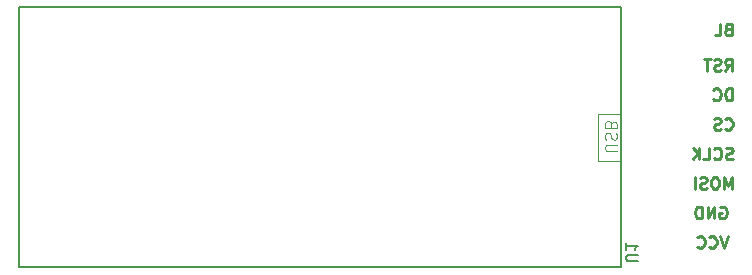
<source format=gbr>
%TF.GenerationSoftware,KiCad,Pcbnew,9.0.2*%
%TF.CreationDate,2025-07-03T12:37:51-06:00*%
%TF.ProjectId,seedsigner-luckfox-shipit,73656564-7369-4676-9e65-722d6c75636b,rev?*%
%TF.SameCoordinates,Original*%
%TF.FileFunction,Legend,Bot*%
%TF.FilePolarity,Positive*%
%FSLAX46Y46*%
G04 Gerber Fmt 4.6, Leading zero omitted, Abs format (unit mm)*
G04 Created by KiCad (PCBNEW 9.0.2) date 2025-07-03 12:37:51*
%MOMM*%
%LPD*%
G01*
G04 APERTURE LIST*
%ADD10C,0.250000*%
%ADD11C,0.200000*%
%ADD12C,0.100000*%
G04 APERTURE END LIST*
D10*
X65740288Y-32364619D02*
X65406955Y-33364619D01*
X65406955Y-33364619D02*
X65073622Y-32364619D01*
X64168860Y-33269380D02*
X64216479Y-33317000D01*
X64216479Y-33317000D02*
X64359336Y-33364619D01*
X64359336Y-33364619D02*
X64454574Y-33364619D01*
X64454574Y-33364619D02*
X64597431Y-33317000D01*
X64597431Y-33317000D02*
X64692669Y-33221761D01*
X64692669Y-33221761D02*
X64740288Y-33126523D01*
X64740288Y-33126523D02*
X64787907Y-32936047D01*
X64787907Y-32936047D02*
X64787907Y-32793190D01*
X64787907Y-32793190D02*
X64740288Y-32602714D01*
X64740288Y-32602714D02*
X64692669Y-32507476D01*
X64692669Y-32507476D02*
X64597431Y-32412238D01*
X64597431Y-32412238D02*
X64454574Y-32364619D01*
X64454574Y-32364619D02*
X64359336Y-32364619D01*
X64359336Y-32364619D02*
X64216479Y-32412238D01*
X64216479Y-32412238D02*
X64168860Y-32459857D01*
X63168860Y-33269380D02*
X63216479Y-33317000D01*
X63216479Y-33317000D02*
X63359336Y-33364619D01*
X63359336Y-33364619D02*
X63454574Y-33364619D01*
X63454574Y-33364619D02*
X63597431Y-33317000D01*
X63597431Y-33317000D02*
X63692669Y-33221761D01*
X63692669Y-33221761D02*
X63740288Y-33126523D01*
X63740288Y-33126523D02*
X63787907Y-32936047D01*
X63787907Y-32936047D02*
X63787907Y-32793190D01*
X63787907Y-32793190D02*
X63740288Y-32602714D01*
X63740288Y-32602714D02*
X63692669Y-32507476D01*
X63692669Y-32507476D02*
X63597431Y-32412238D01*
X63597431Y-32412238D02*
X63454574Y-32364619D01*
X63454574Y-32364619D02*
X63359336Y-32364619D01*
X63359336Y-32364619D02*
X63216479Y-32412238D01*
X63216479Y-32412238D02*
X63168860Y-32459857D01*
X65073622Y-29912238D02*
X65168860Y-29864619D01*
X65168860Y-29864619D02*
X65311717Y-29864619D01*
X65311717Y-29864619D02*
X65454574Y-29912238D01*
X65454574Y-29912238D02*
X65549812Y-30007476D01*
X65549812Y-30007476D02*
X65597431Y-30102714D01*
X65597431Y-30102714D02*
X65645050Y-30293190D01*
X65645050Y-30293190D02*
X65645050Y-30436047D01*
X65645050Y-30436047D02*
X65597431Y-30626523D01*
X65597431Y-30626523D02*
X65549812Y-30721761D01*
X65549812Y-30721761D02*
X65454574Y-30817000D01*
X65454574Y-30817000D02*
X65311717Y-30864619D01*
X65311717Y-30864619D02*
X65216479Y-30864619D01*
X65216479Y-30864619D02*
X65073622Y-30817000D01*
X65073622Y-30817000D02*
X65026003Y-30769380D01*
X65026003Y-30769380D02*
X65026003Y-30436047D01*
X65026003Y-30436047D02*
X65216479Y-30436047D01*
X64597431Y-30864619D02*
X64597431Y-29864619D01*
X64597431Y-29864619D02*
X64026003Y-30864619D01*
X64026003Y-30864619D02*
X64026003Y-29864619D01*
X63549812Y-30864619D02*
X63549812Y-29864619D01*
X63549812Y-29864619D02*
X63311717Y-29864619D01*
X63311717Y-29864619D02*
X63168860Y-29912238D01*
X63168860Y-29912238D02*
X63073622Y-30007476D01*
X63073622Y-30007476D02*
X63026003Y-30102714D01*
X63026003Y-30102714D02*
X62978384Y-30293190D01*
X62978384Y-30293190D02*
X62978384Y-30436047D01*
X62978384Y-30436047D02*
X63026003Y-30626523D01*
X63026003Y-30626523D02*
X63073622Y-30721761D01*
X63073622Y-30721761D02*
X63168860Y-30817000D01*
X63168860Y-30817000D02*
X63311717Y-30864619D01*
X63311717Y-30864619D02*
X63549812Y-30864619D01*
X66097431Y-28364619D02*
X66097431Y-27364619D01*
X66097431Y-27364619D02*
X65764098Y-28078904D01*
X65764098Y-28078904D02*
X65430765Y-27364619D01*
X65430765Y-27364619D02*
X65430765Y-28364619D01*
X64764098Y-27364619D02*
X64573622Y-27364619D01*
X64573622Y-27364619D02*
X64478384Y-27412238D01*
X64478384Y-27412238D02*
X64383146Y-27507476D01*
X64383146Y-27507476D02*
X64335527Y-27697952D01*
X64335527Y-27697952D02*
X64335527Y-28031285D01*
X64335527Y-28031285D02*
X64383146Y-28221761D01*
X64383146Y-28221761D02*
X64478384Y-28317000D01*
X64478384Y-28317000D02*
X64573622Y-28364619D01*
X64573622Y-28364619D02*
X64764098Y-28364619D01*
X64764098Y-28364619D02*
X64859336Y-28317000D01*
X64859336Y-28317000D02*
X64954574Y-28221761D01*
X64954574Y-28221761D02*
X65002193Y-28031285D01*
X65002193Y-28031285D02*
X65002193Y-27697952D01*
X65002193Y-27697952D02*
X64954574Y-27507476D01*
X64954574Y-27507476D02*
X64859336Y-27412238D01*
X64859336Y-27412238D02*
X64764098Y-27364619D01*
X63954574Y-28317000D02*
X63811717Y-28364619D01*
X63811717Y-28364619D02*
X63573622Y-28364619D01*
X63573622Y-28364619D02*
X63478384Y-28317000D01*
X63478384Y-28317000D02*
X63430765Y-28269380D01*
X63430765Y-28269380D02*
X63383146Y-28174142D01*
X63383146Y-28174142D02*
X63383146Y-28078904D01*
X63383146Y-28078904D02*
X63430765Y-27983666D01*
X63430765Y-27983666D02*
X63478384Y-27936047D01*
X63478384Y-27936047D02*
X63573622Y-27888428D01*
X63573622Y-27888428D02*
X63764098Y-27840809D01*
X63764098Y-27840809D02*
X63859336Y-27793190D01*
X63859336Y-27793190D02*
X63906955Y-27745571D01*
X63906955Y-27745571D02*
X63954574Y-27650333D01*
X63954574Y-27650333D02*
X63954574Y-27555095D01*
X63954574Y-27555095D02*
X63906955Y-27459857D01*
X63906955Y-27459857D02*
X63859336Y-27412238D01*
X63859336Y-27412238D02*
X63764098Y-27364619D01*
X63764098Y-27364619D02*
X63526003Y-27364619D01*
X63526003Y-27364619D02*
X63383146Y-27412238D01*
X62954574Y-28364619D02*
X62954574Y-27364619D01*
X66145050Y-25817000D02*
X66002193Y-25864619D01*
X66002193Y-25864619D02*
X65764098Y-25864619D01*
X65764098Y-25864619D02*
X65668860Y-25817000D01*
X65668860Y-25817000D02*
X65621241Y-25769380D01*
X65621241Y-25769380D02*
X65573622Y-25674142D01*
X65573622Y-25674142D02*
X65573622Y-25578904D01*
X65573622Y-25578904D02*
X65621241Y-25483666D01*
X65621241Y-25483666D02*
X65668860Y-25436047D01*
X65668860Y-25436047D02*
X65764098Y-25388428D01*
X65764098Y-25388428D02*
X65954574Y-25340809D01*
X65954574Y-25340809D02*
X66049812Y-25293190D01*
X66049812Y-25293190D02*
X66097431Y-25245571D01*
X66097431Y-25245571D02*
X66145050Y-25150333D01*
X66145050Y-25150333D02*
X66145050Y-25055095D01*
X66145050Y-25055095D02*
X66097431Y-24959857D01*
X66097431Y-24959857D02*
X66049812Y-24912238D01*
X66049812Y-24912238D02*
X65954574Y-24864619D01*
X65954574Y-24864619D02*
X65716479Y-24864619D01*
X65716479Y-24864619D02*
X65573622Y-24912238D01*
X64573622Y-25769380D02*
X64621241Y-25817000D01*
X64621241Y-25817000D02*
X64764098Y-25864619D01*
X64764098Y-25864619D02*
X64859336Y-25864619D01*
X64859336Y-25864619D02*
X65002193Y-25817000D01*
X65002193Y-25817000D02*
X65097431Y-25721761D01*
X65097431Y-25721761D02*
X65145050Y-25626523D01*
X65145050Y-25626523D02*
X65192669Y-25436047D01*
X65192669Y-25436047D02*
X65192669Y-25293190D01*
X65192669Y-25293190D02*
X65145050Y-25102714D01*
X65145050Y-25102714D02*
X65097431Y-25007476D01*
X65097431Y-25007476D02*
X65002193Y-24912238D01*
X65002193Y-24912238D02*
X64859336Y-24864619D01*
X64859336Y-24864619D02*
X64764098Y-24864619D01*
X64764098Y-24864619D02*
X64621241Y-24912238D01*
X64621241Y-24912238D02*
X64573622Y-24959857D01*
X63668860Y-25864619D02*
X64145050Y-25864619D01*
X64145050Y-25864619D02*
X64145050Y-24864619D01*
X63335526Y-25864619D02*
X63335526Y-24864619D01*
X62764098Y-25864619D02*
X63192669Y-25293190D01*
X62764098Y-24864619D02*
X63335526Y-25436047D01*
X65526003Y-23269380D02*
X65573622Y-23317000D01*
X65573622Y-23317000D02*
X65716479Y-23364619D01*
X65716479Y-23364619D02*
X65811717Y-23364619D01*
X65811717Y-23364619D02*
X65954574Y-23317000D01*
X65954574Y-23317000D02*
X66049812Y-23221761D01*
X66049812Y-23221761D02*
X66097431Y-23126523D01*
X66097431Y-23126523D02*
X66145050Y-22936047D01*
X66145050Y-22936047D02*
X66145050Y-22793190D01*
X66145050Y-22793190D02*
X66097431Y-22602714D01*
X66097431Y-22602714D02*
X66049812Y-22507476D01*
X66049812Y-22507476D02*
X65954574Y-22412238D01*
X65954574Y-22412238D02*
X65811717Y-22364619D01*
X65811717Y-22364619D02*
X65716479Y-22364619D01*
X65716479Y-22364619D02*
X65573622Y-22412238D01*
X65573622Y-22412238D02*
X65526003Y-22459857D01*
X65145050Y-23317000D02*
X65002193Y-23364619D01*
X65002193Y-23364619D02*
X64764098Y-23364619D01*
X64764098Y-23364619D02*
X64668860Y-23317000D01*
X64668860Y-23317000D02*
X64621241Y-23269380D01*
X64621241Y-23269380D02*
X64573622Y-23174142D01*
X64573622Y-23174142D02*
X64573622Y-23078904D01*
X64573622Y-23078904D02*
X64621241Y-22983666D01*
X64621241Y-22983666D02*
X64668860Y-22936047D01*
X64668860Y-22936047D02*
X64764098Y-22888428D01*
X64764098Y-22888428D02*
X64954574Y-22840809D01*
X64954574Y-22840809D02*
X65049812Y-22793190D01*
X65049812Y-22793190D02*
X65097431Y-22745571D01*
X65097431Y-22745571D02*
X65145050Y-22650333D01*
X65145050Y-22650333D02*
X65145050Y-22555095D01*
X65145050Y-22555095D02*
X65097431Y-22459857D01*
X65097431Y-22459857D02*
X65049812Y-22412238D01*
X65049812Y-22412238D02*
X64954574Y-22364619D01*
X64954574Y-22364619D02*
X64716479Y-22364619D01*
X64716479Y-22364619D02*
X64573622Y-22412238D01*
X66097431Y-20864619D02*
X66097431Y-19864619D01*
X66097431Y-19864619D02*
X65859336Y-19864619D01*
X65859336Y-19864619D02*
X65716479Y-19912238D01*
X65716479Y-19912238D02*
X65621241Y-20007476D01*
X65621241Y-20007476D02*
X65573622Y-20102714D01*
X65573622Y-20102714D02*
X65526003Y-20293190D01*
X65526003Y-20293190D02*
X65526003Y-20436047D01*
X65526003Y-20436047D02*
X65573622Y-20626523D01*
X65573622Y-20626523D02*
X65621241Y-20721761D01*
X65621241Y-20721761D02*
X65716479Y-20817000D01*
X65716479Y-20817000D02*
X65859336Y-20864619D01*
X65859336Y-20864619D02*
X66097431Y-20864619D01*
X64526003Y-20769380D02*
X64573622Y-20817000D01*
X64573622Y-20817000D02*
X64716479Y-20864619D01*
X64716479Y-20864619D02*
X64811717Y-20864619D01*
X64811717Y-20864619D02*
X64954574Y-20817000D01*
X64954574Y-20817000D02*
X65049812Y-20721761D01*
X65049812Y-20721761D02*
X65097431Y-20626523D01*
X65097431Y-20626523D02*
X65145050Y-20436047D01*
X65145050Y-20436047D02*
X65145050Y-20293190D01*
X65145050Y-20293190D02*
X65097431Y-20102714D01*
X65097431Y-20102714D02*
X65049812Y-20007476D01*
X65049812Y-20007476D02*
X64954574Y-19912238D01*
X64954574Y-19912238D02*
X64811717Y-19864619D01*
X64811717Y-19864619D02*
X64716479Y-19864619D01*
X64716479Y-19864619D02*
X64573622Y-19912238D01*
X64573622Y-19912238D02*
X64526003Y-19959857D01*
X65526003Y-18364619D02*
X65859336Y-17888428D01*
X66097431Y-18364619D02*
X66097431Y-17364619D01*
X66097431Y-17364619D02*
X65716479Y-17364619D01*
X65716479Y-17364619D02*
X65621241Y-17412238D01*
X65621241Y-17412238D02*
X65573622Y-17459857D01*
X65573622Y-17459857D02*
X65526003Y-17555095D01*
X65526003Y-17555095D02*
X65526003Y-17697952D01*
X65526003Y-17697952D02*
X65573622Y-17793190D01*
X65573622Y-17793190D02*
X65621241Y-17840809D01*
X65621241Y-17840809D02*
X65716479Y-17888428D01*
X65716479Y-17888428D02*
X66097431Y-17888428D01*
X65145050Y-18317000D02*
X65002193Y-18364619D01*
X65002193Y-18364619D02*
X64764098Y-18364619D01*
X64764098Y-18364619D02*
X64668860Y-18317000D01*
X64668860Y-18317000D02*
X64621241Y-18269380D01*
X64621241Y-18269380D02*
X64573622Y-18174142D01*
X64573622Y-18174142D02*
X64573622Y-18078904D01*
X64573622Y-18078904D02*
X64621241Y-17983666D01*
X64621241Y-17983666D02*
X64668860Y-17936047D01*
X64668860Y-17936047D02*
X64764098Y-17888428D01*
X64764098Y-17888428D02*
X64954574Y-17840809D01*
X64954574Y-17840809D02*
X65049812Y-17793190D01*
X65049812Y-17793190D02*
X65097431Y-17745571D01*
X65097431Y-17745571D02*
X65145050Y-17650333D01*
X65145050Y-17650333D02*
X65145050Y-17555095D01*
X65145050Y-17555095D02*
X65097431Y-17459857D01*
X65097431Y-17459857D02*
X65049812Y-17412238D01*
X65049812Y-17412238D02*
X64954574Y-17364619D01*
X64954574Y-17364619D02*
X64716479Y-17364619D01*
X64716479Y-17364619D02*
X64573622Y-17412238D01*
X64287907Y-17364619D02*
X63716479Y-17364619D01*
X64002193Y-18364619D02*
X64002193Y-17364619D01*
X65764098Y-14840809D02*
X65621241Y-14888428D01*
X65621241Y-14888428D02*
X65573622Y-14936047D01*
X65573622Y-14936047D02*
X65526003Y-15031285D01*
X65526003Y-15031285D02*
X65526003Y-15174142D01*
X65526003Y-15174142D02*
X65573622Y-15269380D01*
X65573622Y-15269380D02*
X65621241Y-15317000D01*
X65621241Y-15317000D02*
X65716479Y-15364619D01*
X65716479Y-15364619D02*
X66097431Y-15364619D01*
X66097431Y-15364619D02*
X66097431Y-14364619D01*
X66097431Y-14364619D02*
X65764098Y-14364619D01*
X65764098Y-14364619D02*
X65668860Y-14412238D01*
X65668860Y-14412238D02*
X65621241Y-14459857D01*
X65621241Y-14459857D02*
X65573622Y-14555095D01*
X65573622Y-14555095D02*
X65573622Y-14650333D01*
X65573622Y-14650333D02*
X65621241Y-14745571D01*
X65621241Y-14745571D02*
X65668860Y-14793190D01*
X65668860Y-14793190D02*
X65764098Y-14840809D01*
X65764098Y-14840809D02*
X66097431Y-14840809D01*
X64621241Y-15364619D02*
X65097431Y-15364619D01*
X65097431Y-15364619D02*
X65097431Y-14364619D01*
D11*
X58147780Y-34511904D02*
X57338257Y-34511904D01*
X57338257Y-34511904D02*
X57243019Y-34464285D01*
X57243019Y-34464285D02*
X57195400Y-34416666D01*
X57195400Y-34416666D02*
X57147780Y-34321428D01*
X57147780Y-34321428D02*
X57147780Y-34130952D01*
X57147780Y-34130952D02*
X57195400Y-34035714D01*
X57195400Y-34035714D02*
X57243019Y-33988095D01*
X57243019Y-33988095D02*
X57338257Y-33940476D01*
X57338257Y-33940476D02*
X58147780Y-33940476D01*
X57147780Y-32940476D02*
X57147780Y-33511904D01*
X57147780Y-33226190D02*
X58147780Y-33226190D01*
X58147780Y-33226190D02*
X58004923Y-33321428D01*
X58004923Y-33321428D02*
X57909685Y-33416666D01*
X57909685Y-33416666D02*
X57862066Y-33511904D01*
D12*
X56367580Y-25196115D02*
X55558057Y-25196115D01*
X55558057Y-25196115D02*
X55462819Y-25148496D01*
X55462819Y-25148496D02*
X55415200Y-25100877D01*
X55415200Y-25100877D02*
X55367580Y-25005639D01*
X55367580Y-25005639D02*
X55367580Y-24815163D01*
X55367580Y-24815163D02*
X55415200Y-24719925D01*
X55415200Y-24719925D02*
X55462819Y-24672306D01*
X55462819Y-24672306D02*
X55558057Y-24624687D01*
X55558057Y-24624687D02*
X56367580Y-24624687D01*
X55415200Y-24196115D02*
X55367580Y-24053258D01*
X55367580Y-24053258D02*
X55367580Y-23815163D01*
X55367580Y-23815163D02*
X55415200Y-23719925D01*
X55415200Y-23719925D02*
X55462819Y-23672306D01*
X55462819Y-23672306D02*
X55558057Y-23624687D01*
X55558057Y-23624687D02*
X55653295Y-23624687D01*
X55653295Y-23624687D02*
X55748533Y-23672306D01*
X55748533Y-23672306D02*
X55796152Y-23719925D01*
X55796152Y-23719925D02*
X55843771Y-23815163D01*
X55843771Y-23815163D02*
X55891390Y-24005639D01*
X55891390Y-24005639D02*
X55939009Y-24100877D01*
X55939009Y-24100877D02*
X55986628Y-24148496D01*
X55986628Y-24148496D02*
X56081866Y-24196115D01*
X56081866Y-24196115D02*
X56177104Y-24196115D01*
X56177104Y-24196115D02*
X56272342Y-24148496D01*
X56272342Y-24148496D02*
X56319961Y-24100877D01*
X56319961Y-24100877D02*
X56367580Y-24005639D01*
X56367580Y-24005639D02*
X56367580Y-23767544D01*
X56367580Y-23767544D02*
X56319961Y-23624687D01*
X55891390Y-22862782D02*
X55843771Y-22719925D01*
X55843771Y-22719925D02*
X55796152Y-22672306D01*
X55796152Y-22672306D02*
X55700914Y-22624687D01*
X55700914Y-22624687D02*
X55558057Y-22624687D01*
X55558057Y-22624687D02*
X55462819Y-22672306D01*
X55462819Y-22672306D02*
X55415200Y-22719925D01*
X55415200Y-22719925D02*
X55367580Y-22815163D01*
X55367580Y-22815163D02*
X55367580Y-23196115D01*
X55367580Y-23196115D02*
X56367580Y-23196115D01*
X56367580Y-23196115D02*
X56367580Y-22862782D01*
X56367580Y-22862782D02*
X56319961Y-22767544D01*
X56319961Y-22767544D02*
X56272342Y-22719925D01*
X56272342Y-22719925D02*
X56177104Y-22672306D01*
X56177104Y-22672306D02*
X56081866Y-22672306D01*
X56081866Y-22672306D02*
X55986628Y-22719925D01*
X55986628Y-22719925D02*
X55939009Y-22767544D01*
X55939009Y-22767544D02*
X55891390Y-22862782D01*
X55891390Y-22862782D02*
X55891390Y-23196115D01*
D11*
%TO.C,U1*%
X5740000Y-13000000D02*
X5740000Y-35000000D01*
X5740000Y-35000000D02*
X56740000Y-35000000D01*
X56740000Y-13000000D02*
X5740000Y-13000000D01*
X56740000Y-35000000D02*
X56740000Y-13000000D01*
D12*
X56740000Y-26000000D02*
X54740000Y-26000000D01*
X54740000Y-22000000D01*
X56740000Y-22000000D01*
X56740000Y-26000000D01*
%TD*%
M02*

</source>
